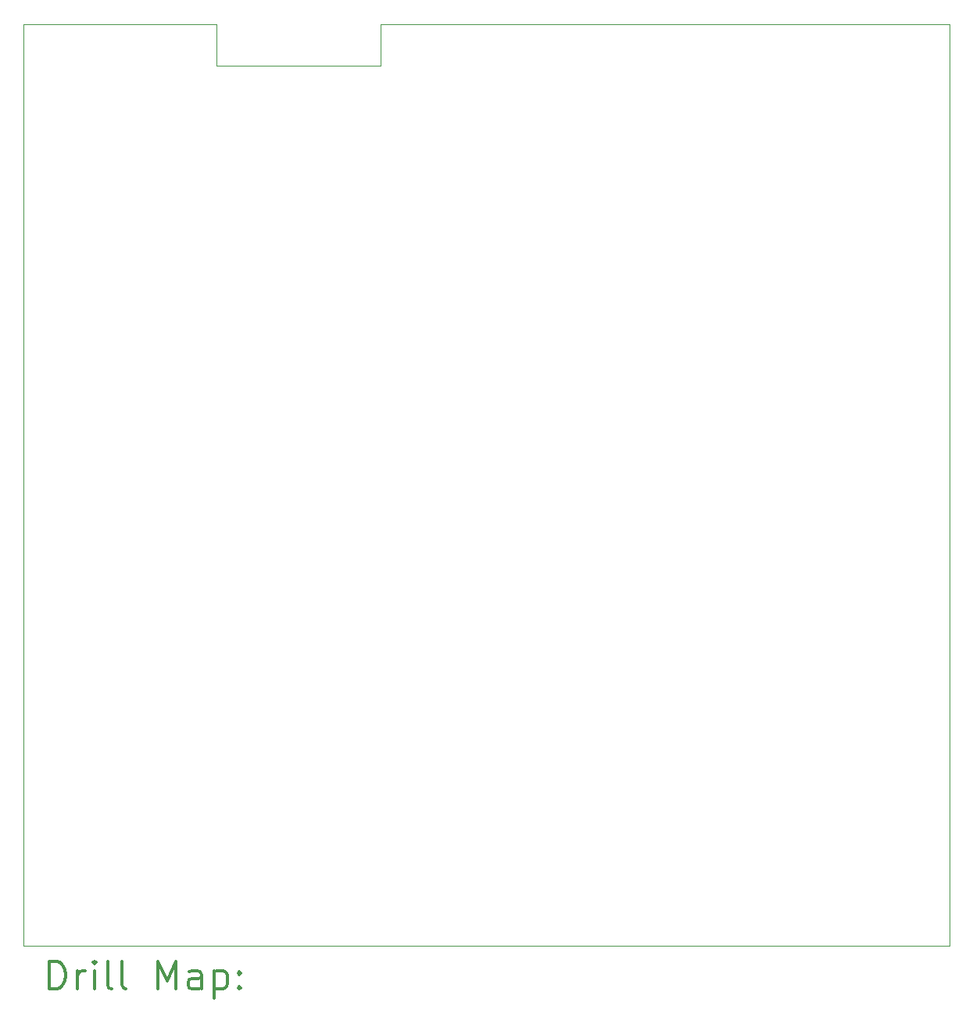
<source format=gbr>
%FSLAX45Y45*%
G04 Gerber Fmt 4.5, Leading zero omitted, Abs format (unit mm)*
G04 Created by KiCad (PCBNEW (5.1.12)-1) date 2021-11-18 21:12:21*
%MOMM*%
%LPD*%
G01*
G04 APERTURE LIST*
%TA.AperFunction,Profile*%
%ADD10C,0.050000*%
%TD*%
%ADD11C,0.200000*%
%ADD12C,0.300000*%
G04 APERTURE END LIST*
D10*
X16319500Y6858000D02*
X14224000Y6858000D01*
X14224000Y6858000D02*
X14224000Y-3111500D01*
X16319500Y6413500D02*
X16319500Y6858000D01*
X18097500Y6413500D02*
X16319500Y6413500D01*
X18097500Y6858000D02*
X18097500Y6413500D01*
X18224500Y6858000D02*
X18097500Y6858000D01*
X24257000Y-3111500D02*
X14224000Y-3111500D01*
X24257000Y6858000D02*
X24257000Y-3111500D01*
X18224500Y6858000D02*
X24257000Y6858000D01*
D11*
D12*
X14507928Y-3579714D02*
X14507928Y-3279714D01*
X14579357Y-3279714D01*
X14622214Y-3294000D01*
X14650786Y-3322571D01*
X14665071Y-3351143D01*
X14679357Y-3408286D01*
X14679357Y-3451143D01*
X14665071Y-3508286D01*
X14650786Y-3536857D01*
X14622214Y-3565429D01*
X14579357Y-3579714D01*
X14507928Y-3579714D01*
X14807928Y-3579714D02*
X14807928Y-3379714D01*
X14807928Y-3436857D02*
X14822214Y-3408286D01*
X14836500Y-3394000D01*
X14865071Y-3379714D01*
X14893643Y-3379714D01*
X14993643Y-3579714D02*
X14993643Y-3379714D01*
X14993643Y-3279714D02*
X14979357Y-3294000D01*
X14993643Y-3308286D01*
X15007928Y-3294000D01*
X14993643Y-3279714D01*
X14993643Y-3308286D01*
X15179357Y-3579714D02*
X15150786Y-3565429D01*
X15136500Y-3536857D01*
X15136500Y-3279714D01*
X15336500Y-3579714D02*
X15307928Y-3565429D01*
X15293643Y-3536857D01*
X15293643Y-3279714D01*
X15679357Y-3579714D02*
X15679357Y-3279714D01*
X15779357Y-3494000D01*
X15879357Y-3279714D01*
X15879357Y-3579714D01*
X16150786Y-3579714D02*
X16150786Y-3422571D01*
X16136500Y-3394000D01*
X16107928Y-3379714D01*
X16050786Y-3379714D01*
X16022214Y-3394000D01*
X16150786Y-3565429D02*
X16122214Y-3579714D01*
X16050786Y-3579714D01*
X16022214Y-3565429D01*
X16007928Y-3536857D01*
X16007928Y-3508286D01*
X16022214Y-3479714D01*
X16050786Y-3465429D01*
X16122214Y-3465429D01*
X16150786Y-3451143D01*
X16293643Y-3379714D02*
X16293643Y-3679714D01*
X16293643Y-3394000D02*
X16322214Y-3379714D01*
X16379357Y-3379714D01*
X16407928Y-3394000D01*
X16422214Y-3408286D01*
X16436500Y-3436857D01*
X16436500Y-3522571D01*
X16422214Y-3551143D01*
X16407928Y-3565429D01*
X16379357Y-3579714D01*
X16322214Y-3579714D01*
X16293643Y-3565429D01*
X16565071Y-3551143D02*
X16579357Y-3565429D01*
X16565071Y-3579714D01*
X16550786Y-3565429D01*
X16565071Y-3551143D01*
X16565071Y-3579714D01*
X16565071Y-3394000D02*
X16579357Y-3408286D01*
X16565071Y-3422571D01*
X16550786Y-3408286D01*
X16565071Y-3394000D01*
X16565071Y-3422571D01*
M02*

</source>
